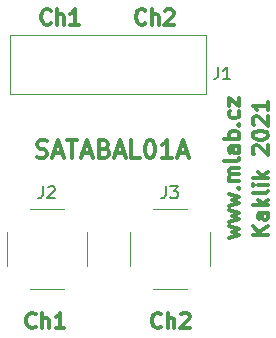
<source format=gbr>
%TF.GenerationSoftware,KiCad,Pcbnew,(5.99.0-10394-g2e15de97e0)*%
%TF.CreationDate,2021-05-18T08:39:57+02:00*%
%TF.ProjectId,SATABAL01A,53415441-4241-44c3-9031-412e6b696361,rev?*%
%TF.SameCoordinates,Original*%
%TF.FileFunction,Legend,Top*%
%TF.FilePolarity,Positive*%
%FSLAX46Y46*%
G04 Gerber Fmt 4.6, Leading zero omitted, Abs format (unit mm)*
G04 Created by KiCad (PCBNEW (5.99.0-10394-g2e15de97e0)) date 2021-05-18 08:39:57*
%MOMM*%
%LPD*%
G01*
G04 APERTURE LIST*
%ADD10C,0.300000*%
%ADD11C,0.150000*%
%ADD12C,0.120000*%
G04 APERTURE END LIST*
D10*
X15222638Y27882114D02*
X15160733Y27820209D01*
X14975019Y27758304D01*
X14851209Y27758304D01*
X14665495Y27820209D01*
X14541685Y27944019D01*
X14479780Y28067828D01*
X14417876Y28315447D01*
X14417876Y28501161D01*
X14479780Y28748780D01*
X14541685Y28872590D01*
X14665495Y28996400D01*
X14851209Y29058304D01*
X14975019Y29058304D01*
X15160733Y28996400D01*
X15222638Y28934495D01*
X15779780Y27758304D02*
X15779780Y29058304D01*
X16336923Y27758304D02*
X16336923Y28439257D01*
X16275019Y28563066D01*
X16151209Y28624971D01*
X15965495Y28624971D01*
X15841685Y28563066D01*
X15779780Y28501161D01*
X17636923Y27758304D02*
X16894066Y27758304D01*
X17265495Y27758304D02*
X17265495Y29058304D01*
X17141685Y28872590D01*
X17017876Y28748780D01*
X16894066Y28686876D01*
X24595238Y2177314D02*
X24533333Y2115409D01*
X24347619Y2053504D01*
X24223809Y2053504D01*
X24038095Y2115409D01*
X23914285Y2239219D01*
X23852380Y2363028D01*
X23790476Y2610647D01*
X23790476Y2796361D01*
X23852380Y3043980D01*
X23914285Y3167790D01*
X24038095Y3291600D01*
X24223809Y3353504D01*
X24347619Y3353504D01*
X24533333Y3291600D01*
X24595238Y3229695D01*
X25152380Y2053504D02*
X25152380Y3353504D01*
X25709523Y2053504D02*
X25709523Y2734457D01*
X25647619Y2858266D01*
X25523809Y2920171D01*
X25338095Y2920171D01*
X25214285Y2858266D01*
X25152380Y2796361D01*
X26266666Y3229695D02*
X26328571Y3291600D01*
X26452380Y3353504D01*
X26761904Y3353504D01*
X26885714Y3291600D01*
X26947619Y3229695D01*
X27009523Y3105885D01*
X27009523Y2982076D01*
X26947619Y2796361D01*
X26204761Y2053504D01*
X27009523Y2053504D01*
X13978038Y2177314D02*
X13916133Y2115409D01*
X13730419Y2053504D01*
X13606609Y2053504D01*
X13420895Y2115409D01*
X13297085Y2239219D01*
X13235180Y2363028D01*
X13173276Y2610647D01*
X13173276Y2796361D01*
X13235180Y3043980D01*
X13297085Y3167790D01*
X13420895Y3291600D01*
X13606609Y3353504D01*
X13730419Y3353504D01*
X13916133Y3291600D01*
X13978038Y3229695D01*
X14535180Y2053504D02*
X14535180Y3353504D01*
X15092323Y2053504D02*
X15092323Y2734457D01*
X15030419Y2858266D01*
X14906609Y2920171D01*
X14720895Y2920171D01*
X14597085Y2858266D01*
X14535180Y2796361D01*
X16392323Y2053504D02*
X15649466Y2053504D01*
X16020895Y2053504D02*
X16020895Y3353504D01*
X15897085Y3167790D01*
X15773276Y3043980D01*
X15649466Y2982076D01*
X30328428Y9678142D02*
X31195095Y9925761D01*
X30576047Y10173380D01*
X31195095Y10421000D01*
X30328428Y10668619D01*
X30328428Y11040047D02*
X31195095Y11287666D01*
X30576047Y11535285D01*
X31195095Y11782904D01*
X30328428Y12030523D01*
X30328428Y12401952D02*
X31195095Y12649571D01*
X30576047Y12897190D01*
X31195095Y13144809D01*
X30328428Y13392428D01*
X31071285Y13887666D02*
X31133190Y13949571D01*
X31195095Y13887666D01*
X31133190Y13825761D01*
X31071285Y13887666D01*
X31195095Y13887666D01*
X31195095Y14506714D02*
X30328428Y14506714D01*
X30452238Y14506714D02*
X30390333Y14568619D01*
X30328428Y14692428D01*
X30328428Y14878142D01*
X30390333Y15001952D01*
X30514142Y15063857D01*
X31195095Y15063857D01*
X30514142Y15063857D02*
X30390333Y15125761D01*
X30328428Y15249571D01*
X30328428Y15435285D01*
X30390333Y15559095D01*
X30514142Y15621000D01*
X31195095Y15621000D01*
X31195095Y16425761D02*
X31133190Y16301952D01*
X31009380Y16240047D01*
X29895095Y16240047D01*
X31195095Y17478142D02*
X30514142Y17478142D01*
X30390333Y17416238D01*
X30328428Y17292428D01*
X30328428Y17044809D01*
X30390333Y16921000D01*
X31133190Y17478142D02*
X31195095Y17354333D01*
X31195095Y17044809D01*
X31133190Y16921000D01*
X31009380Y16859095D01*
X30885571Y16859095D01*
X30761761Y16921000D01*
X30699857Y17044809D01*
X30699857Y17354333D01*
X30637952Y17478142D01*
X31195095Y18097190D02*
X29895095Y18097190D01*
X30390333Y18097190D02*
X30328428Y18221000D01*
X30328428Y18468619D01*
X30390333Y18592428D01*
X30452238Y18654333D01*
X30576047Y18716238D01*
X30947476Y18716238D01*
X31071285Y18654333D01*
X31133190Y18592428D01*
X31195095Y18468619D01*
X31195095Y18221000D01*
X31133190Y18097190D01*
X31071285Y19273380D02*
X31133190Y19335285D01*
X31195095Y19273380D01*
X31133190Y19211476D01*
X31071285Y19273380D01*
X31195095Y19273380D01*
X31133190Y20449571D02*
X31195095Y20325761D01*
X31195095Y20078142D01*
X31133190Y19954333D01*
X31071285Y19892428D01*
X30947476Y19830523D01*
X30576047Y19830523D01*
X30452238Y19892428D01*
X30390333Y19954333D01*
X30328428Y20078142D01*
X30328428Y20325761D01*
X30390333Y20449571D01*
X30328428Y20882904D02*
X30328428Y21563857D01*
X31195095Y20882904D01*
X31195095Y21563857D01*
X33633495Y9967819D02*
X32333495Y9967819D01*
X33633495Y10710676D02*
X32890638Y10153533D01*
X32333495Y10710676D02*
X33076352Y9967819D01*
X33633495Y11824961D02*
X32952542Y11824961D01*
X32828733Y11763057D01*
X32766828Y11639247D01*
X32766828Y11391628D01*
X32828733Y11267819D01*
X33571590Y11824961D02*
X33633495Y11701152D01*
X33633495Y11391628D01*
X33571590Y11267819D01*
X33447780Y11205914D01*
X33323971Y11205914D01*
X33200161Y11267819D01*
X33138257Y11391628D01*
X33138257Y11701152D01*
X33076352Y11824961D01*
X33633495Y12444009D02*
X32333495Y12444009D01*
X33138257Y12567819D02*
X33633495Y12939247D01*
X32766828Y12939247D02*
X33262066Y12444009D01*
X33633495Y13682104D02*
X33571590Y13558295D01*
X33447780Y13496390D01*
X32333495Y13496390D01*
X33633495Y14177342D02*
X32766828Y14177342D01*
X32333495Y14177342D02*
X32395400Y14115438D01*
X32457304Y14177342D01*
X32395400Y14239247D01*
X32333495Y14177342D01*
X32457304Y14177342D01*
X33633495Y14796390D02*
X32333495Y14796390D01*
X33138257Y14920200D02*
X33633495Y15291628D01*
X32766828Y15291628D02*
X33262066Y14796390D01*
X32457304Y16777342D02*
X32395400Y16839247D01*
X32333495Y16963057D01*
X32333495Y17272580D01*
X32395400Y17396390D01*
X32457304Y17458295D01*
X32581114Y17520200D01*
X32704923Y17520200D01*
X32890638Y17458295D01*
X33633495Y16715438D01*
X33633495Y17520200D01*
X32333495Y18324961D02*
X32333495Y18448771D01*
X32395400Y18572580D01*
X32457304Y18634485D01*
X32581114Y18696390D01*
X32828733Y18758295D01*
X33138257Y18758295D01*
X33385876Y18696390D01*
X33509685Y18634485D01*
X33571590Y18572580D01*
X33633495Y18448771D01*
X33633495Y18324961D01*
X33571590Y18201152D01*
X33509685Y18139247D01*
X33385876Y18077342D01*
X33138257Y18015438D01*
X32828733Y18015438D01*
X32581114Y18077342D01*
X32457304Y18139247D01*
X32395400Y18201152D01*
X32333495Y18324961D01*
X32457304Y19253533D02*
X32395400Y19315438D01*
X32333495Y19439247D01*
X32333495Y19748771D01*
X32395400Y19872580D01*
X32457304Y19934485D01*
X32581114Y19996390D01*
X32704923Y19996390D01*
X32890638Y19934485D01*
X33633495Y19191628D01*
X33633495Y19996390D01*
X33633495Y21234485D02*
X33633495Y20491628D01*
X33633495Y20863057D02*
X32333495Y20863057D01*
X32519209Y20739247D01*
X32643019Y20615438D01*
X32704923Y20491628D01*
X23249038Y27882114D02*
X23187133Y27820209D01*
X23001419Y27758304D01*
X22877609Y27758304D01*
X22691895Y27820209D01*
X22568085Y27944019D01*
X22506180Y28067828D01*
X22444276Y28315447D01*
X22444276Y28501161D01*
X22506180Y28748780D01*
X22568085Y28872590D01*
X22691895Y28996400D01*
X22877609Y29058304D01*
X23001419Y29058304D01*
X23187133Y28996400D01*
X23249038Y28934495D01*
X23806180Y27758304D02*
X23806180Y29058304D01*
X24363323Y27758304D02*
X24363323Y28439257D01*
X24301419Y28563066D01*
X24177609Y28624971D01*
X23991895Y28624971D01*
X23868085Y28563066D01*
X23806180Y28501161D01*
X24920466Y28934495D02*
X24982371Y28996400D01*
X25106180Y29058304D01*
X25415704Y29058304D01*
X25539514Y28996400D01*
X25601419Y28934495D01*
X25663323Y28810685D01*
X25663323Y28686876D01*
X25601419Y28501161D01*
X24858561Y27758304D01*
X25663323Y27758304D01*
X14064457Y16537857D02*
X14278742Y16466428D01*
X14635885Y16466428D01*
X14778742Y16537857D01*
X14850171Y16609285D01*
X14921600Y16752142D01*
X14921600Y16895000D01*
X14850171Y17037857D01*
X14778742Y17109285D01*
X14635885Y17180714D01*
X14350171Y17252142D01*
X14207314Y17323571D01*
X14135885Y17395000D01*
X14064457Y17537857D01*
X14064457Y17680714D01*
X14135885Y17823571D01*
X14207314Y17895000D01*
X14350171Y17966428D01*
X14707314Y17966428D01*
X14921600Y17895000D01*
X15493028Y16895000D02*
X16207314Y16895000D01*
X15350171Y16466428D02*
X15850171Y17966428D01*
X16350171Y16466428D01*
X16635885Y17966428D02*
X17493028Y17966428D01*
X17064457Y16466428D02*
X17064457Y17966428D01*
X17921600Y16895000D02*
X18635885Y16895000D01*
X17778742Y16466428D02*
X18278742Y17966428D01*
X18778742Y16466428D01*
X19778742Y17252142D02*
X19993028Y17180714D01*
X20064457Y17109285D01*
X20135885Y16966428D01*
X20135885Y16752142D01*
X20064457Y16609285D01*
X19993028Y16537857D01*
X19850171Y16466428D01*
X19278742Y16466428D01*
X19278742Y17966428D01*
X19778742Y17966428D01*
X19921600Y17895000D01*
X19993028Y17823571D01*
X20064457Y17680714D01*
X20064457Y17537857D01*
X19993028Y17395000D01*
X19921600Y17323571D01*
X19778742Y17252142D01*
X19278742Y17252142D01*
X20707314Y16895000D02*
X21421600Y16895000D01*
X20564457Y16466428D02*
X21064457Y17966428D01*
X21564457Y16466428D01*
X22778742Y16466428D02*
X22064457Y16466428D01*
X22064457Y17966428D01*
X23564457Y17966428D02*
X23707314Y17966428D01*
X23850171Y17895000D01*
X23921600Y17823571D01*
X23993028Y17680714D01*
X24064457Y17395000D01*
X24064457Y17037857D01*
X23993028Y16752142D01*
X23921600Y16609285D01*
X23850171Y16537857D01*
X23707314Y16466428D01*
X23564457Y16466428D01*
X23421600Y16537857D01*
X23350171Y16609285D01*
X23278742Y16752142D01*
X23207314Y17037857D01*
X23207314Y17395000D01*
X23278742Y17680714D01*
X23350171Y17823571D01*
X23421600Y17895000D01*
X23564457Y17966428D01*
X25493028Y16466428D02*
X24635885Y16466428D01*
X25064457Y16466428D02*
X25064457Y17966428D01*
X24921600Y17752142D01*
X24778742Y17609285D01*
X24635885Y17537857D01*
X26064457Y16895000D02*
X26778742Y16895000D01*
X25921600Y16466428D02*
X26421600Y17966428D01*
X26921600Y16466428D01*
D11*
%TO.C,J1*%
X29410066Y24144219D02*
X29410066Y23429933D01*
X29362447Y23287076D01*
X29267209Y23191838D01*
X29124352Y23144219D01*
X29029114Y23144219D01*
X30410066Y23144219D02*
X29838638Y23144219D01*
X30124352Y23144219D02*
X30124352Y24144219D01*
X30029114Y24001361D01*
X29933876Y23906123D01*
X29838638Y23858504D01*
%TO.C,J2*%
X14576466Y14060619D02*
X14576466Y13346333D01*
X14528847Y13203476D01*
X14433609Y13108238D01*
X14290752Y13060619D01*
X14195514Y13060619D01*
X15005038Y13965380D02*
X15052657Y14013000D01*
X15147895Y14060619D01*
X15385990Y14060619D01*
X15481228Y14013000D01*
X15528847Y13965380D01*
X15576466Y13870142D01*
X15576466Y13774904D01*
X15528847Y13632047D01*
X14957419Y13060619D01*
X15576466Y13060619D01*
%TO.C,J3*%
X24990466Y14060619D02*
X24990466Y13346333D01*
X24942847Y13203476D01*
X24847609Y13108238D01*
X24704752Y13060619D01*
X24609514Y13060619D01*
X25371419Y14060619D02*
X25990466Y14060619D01*
X25657133Y13679666D01*
X25799990Y13679666D01*
X25895228Y13632047D01*
X25942847Y13584428D01*
X25990466Y13489190D01*
X25990466Y13251095D01*
X25942847Y13155857D01*
X25895228Y13108238D01*
X25799990Y13060619D01*
X25514276Y13060619D01*
X25419038Y13108238D01*
X25371419Y13155857D01*
D12*
%TO.C,J1*%
X11816800Y21858600D02*
X11816800Y26858600D01*
X11816800Y26858600D02*
X28416800Y26858600D01*
X28416800Y21858600D02*
X11816800Y21858600D01*
X28416800Y26858600D02*
X28416800Y21858600D01*
%TO.C,J2*%
X11554800Y10213000D02*
X11554800Y7313000D01*
X13459800Y12118000D02*
X16359800Y12118000D01*
X13459800Y5408000D02*
X16359800Y5408000D01*
X18264800Y10213000D02*
X18264800Y7313000D01*
%TO.C,J3*%
X23873800Y12118000D02*
X26773800Y12118000D01*
X28678800Y10213000D02*
X28678800Y7313000D01*
X21968800Y10213000D02*
X21968800Y7313000D01*
X23873800Y5408000D02*
X26773800Y5408000D01*
%TD*%
M02*

</source>
